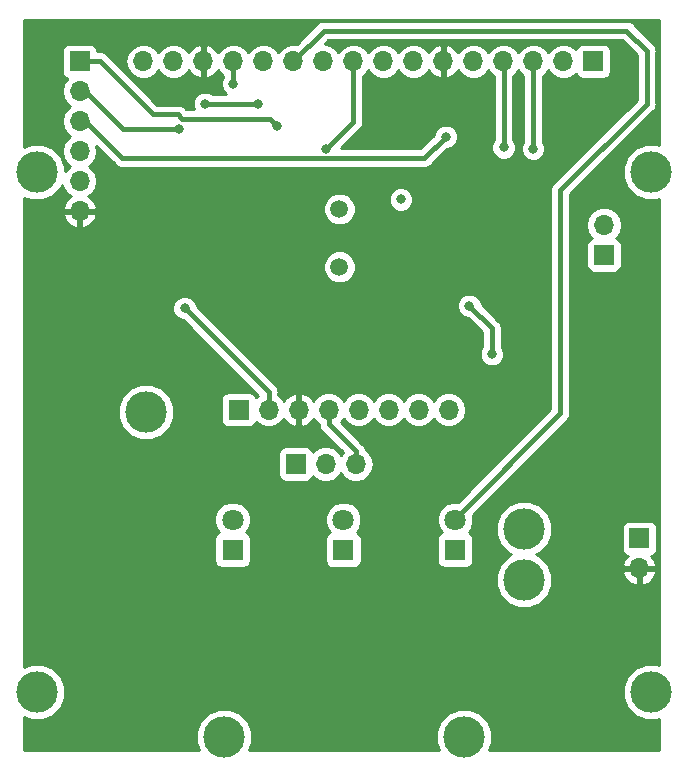
<source format=gbr>
G04 #@! TF.GenerationSoftware,KiCad,Pcbnew,(5.0.2)-1*
G04 #@! TF.CreationDate,2019-02-28T10:09:49+00:00*
G04 #@! TF.ProjectId,AircraftDataLogger,41697263-7261-4667-9444-6174614c6f67,rev?*
G04 #@! TF.SameCoordinates,Original*
G04 #@! TF.FileFunction,Copper,L2,Bot*
G04 #@! TF.FilePolarity,Positive*
%FSLAX46Y46*%
G04 Gerber Fmt 4.6, Leading zero omitted, Abs format (unit mm)*
G04 Created by KiCad (PCBNEW (5.0.2)-1) date 28/02/2019 10:09:49*
%MOMM*%
%LPD*%
G01*
G04 APERTURE LIST*
G04 #@! TA.AperFunction,ComponentPad*
%ADD10C,3.500000*%
G04 #@! TD*
G04 #@! TA.AperFunction,ComponentPad*
%ADD11O,1.700000X1.700000*%
G04 #@! TD*
G04 #@! TA.AperFunction,ComponentPad*
%ADD12R,1.700000X1.700000*%
G04 #@! TD*
G04 #@! TA.AperFunction,ComponentPad*
%ADD13C,1.800000*%
G04 #@! TD*
G04 #@! TA.AperFunction,ComponentPad*
%ADD14R,1.800000X1.800000*%
G04 #@! TD*
G04 #@! TA.AperFunction,ComponentPad*
%ADD15C,1.500000*%
G04 #@! TD*
G04 #@! TA.AperFunction,ViaPad*
%ADD16C,0.800000*%
G04 #@! TD*
G04 #@! TA.AperFunction,Conductor*
%ADD17C,0.400000*%
G04 #@! TD*
G04 #@! TA.AperFunction,Conductor*
%ADD18C,0.254000*%
G04 #@! TD*
G04 APERTURE END LIST*
D10*
G04 #@! TO.P,uSDL,1*
G04 #@! TO.N,N/C*
X68040000Y-106800000D03*
G04 #@! TD*
D11*
G04 #@! TO.P,J1,8*
G04 #@! TO.N,Net-(J1-Pad8)*
X87040000Y-79100000D03*
G04 #@! TO.P,J1,7*
G04 #@! TO.N,CS*
X84500000Y-79100000D03*
G04 #@! TO.P,J1,6*
G04 #@! TO.N,MOSI*
X81960000Y-79100000D03*
G04 #@! TO.P,J1,5*
G04 #@! TO.N,MISO*
X79420000Y-79100000D03*
G04 #@! TO.P,J1,4*
G04 #@! TO.N,SCK*
X76880000Y-79100000D03*
G04 #@! TO.P,J1,3*
G04 #@! TO.N,GND*
X74340000Y-79100000D03*
G04 #@! TO.P,J1,2*
G04 #@! TO.N,3V3*
X71800000Y-79100000D03*
D12*
G04 #@! TO.P,J1,1*
G04 #@! TO.N,Net-(J1-Pad1)*
X69260000Y-79100000D03*
G04 #@! TD*
D10*
G04 #@! TO.P,BAT,1*
G04 #@! TO.N,N/C*
X93400000Y-89200000D03*
G04 #@! TD*
G04 #@! TO.P,BAT,1*
G04 #@! TO.N,N/C*
X93400000Y-93500000D03*
G04 #@! TD*
G04 #@! TO.P,TL,1*
G04 #@! TO.N,N/C*
X52200000Y-59000000D03*
G04 #@! TD*
G04 #@! TO.P,uSDR,1*
G04 #@! TO.N,N/C*
X88360000Y-106800000D03*
G04 #@! TD*
G04 #@! TO.P,BL,1*
G04 #@! TO.N,N/C*
X104200000Y-103000000D03*
G04 #@! TD*
G04 #@! TO.P,TR,1*
G04 #@! TO.N,N/C*
X104200000Y-59000000D03*
G04 #@! TD*
G04 #@! TO.P,GPS,1*
G04 #@! TO.N,N/C*
X61400000Y-79300000D03*
G04 #@! TD*
D13*
G04 #@! TO.P,D1,2*
G04 #@! TO.N,FIX*
X87600000Y-88410000D03*
D14*
G04 #@! TO.P,D1,1*
G04 #@! TO.N,Net-(D1-Pad1)*
X87600000Y-90950000D03*
G04 #@! TD*
G04 #@! TO.P,D2,1*
G04 #@! TO.N,Net-(D2-Pad1)*
X68750000Y-90950000D03*
D13*
G04 #@! TO.P,D2,2*
G04 #@! TO.N,STABLE*
X68750000Y-88410000D03*
G04 #@! TD*
D14*
G04 #@! TO.P,D3,1*
G04 #@! TO.N,Net-(D3-Pad1)*
X78124000Y-90964600D03*
D13*
G04 #@! TO.P,D3,2*
G04 #@! TO.N,REC*
X78124000Y-88424600D03*
G04 #@! TD*
D15*
G04 #@! TO.P,Y1,1*
G04 #@! TO.N,Net-(C2-Pad2)*
X77800000Y-67000000D03*
G04 #@! TO.P,Y1,2*
G04 #@! TO.N,Net-(C1-Pad2)*
X77800000Y-62120000D03*
G04 #@! TD*
D10*
G04 #@! TO.P,BL,1*
G04 #@! TO.N,N/C*
X52200000Y-103000000D03*
G04 #@! TD*
D12*
G04 #@! TO.P,J2,1*
G04 #@! TO.N,Net-(J2-Pad1)*
X99300000Y-49600000D03*
D11*
G04 #@! TO.P,J2,2*
G04 #@! TO.N,Net-(J2-Pad2)*
X96760000Y-49600000D03*
G04 #@! TO.P,J2,3*
G04 #@! TO.N,SDA*
X94220000Y-49600000D03*
G04 #@! TO.P,J2,4*
G04 #@! TO.N,SCL*
X91680000Y-49600000D03*
G04 #@! TO.P,J2,5*
G04 #@! TO.N,3V3*
X89140000Y-49600000D03*
G04 #@! TO.P,J2,6*
G04 #@! TO.N,GND*
X86600000Y-49600000D03*
G04 #@! TO.P,J2,7*
G04 #@! TO.N,Net-(J2-Pad7)*
X84060000Y-49600000D03*
G04 #@! TO.P,J2,8*
G04 #@! TO.N,Net-(J2-Pad8)*
X81520000Y-49600000D03*
G04 #@! TO.P,J2,9*
G04 #@! TO.N,ENABLE*
X78980000Y-49600000D03*
G04 #@! TO.P,J2,10*
G04 #@! TO.N,Net-(J2-Pad10)*
X76440000Y-49600000D03*
G04 #@! TO.P,J2,11*
G04 #@! TO.N,FIX*
X73900000Y-49600000D03*
G04 #@! TO.P,J2,12*
G04 #@! TO.N,RXD*
X71360000Y-49600000D03*
G04 #@! TO.P,J2,13*
G04 #@! TO.N,TXD*
X68820000Y-49600000D03*
G04 #@! TO.P,J2,14*
G04 #@! TO.N,GND*
X66280000Y-49600000D03*
G04 #@! TO.P,J2,15*
G04 #@! TO.N,3V3*
X63740000Y-49600000D03*
G04 #@! TO.P,J2,16*
G04 #@! TO.N,Net-(J2-Pad16)*
X61200000Y-49600000D03*
G04 #@! TD*
G04 #@! TO.P,J4,2*
G04 #@! TO.N,Net-(J4-Pad2)*
X100200000Y-63460000D03*
D12*
G04 #@! TO.P,J4,1*
G04 #@! TO.N,3V3*
X100200000Y-66000000D03*
G04 #@! TD*
G04 #@! TO.P,J5,1*
G04 #@! TO.N,+9V*
X103200000Y-90000000D03*
D11*
G04 #@! TO.P,J5,2*
G04 #@! TO.N,GND*
X103200000Y-92540000D03*
G04 #@! TD*
D12*
G04 #@! TO.P,J6,1*
G04 #@! TO.N,MOSI*
X74100000Y-83700000D03*
D11*
G04 #@! TO.P,J6,2*
G04 #@! TO.N,MISO*
X76640000Y-83700000D03*
G04 #@! TO.P,J6,3*
G04 #@! TO.N,SCK*
X79180000Y-83700000D03*
G04 #@! TD*
D12*
G04 #@! TO.P,J3,1*
G04 #@! TO.N,TXD*
X55800000Y-49600000D03*
D11*
G04 #@! TO.P,J3,2*
G04 #@! TO.N,RXD*
X55800000Y-52140000D03*
G04 #@! TO.P,J3,3*
G04 #@! TO.N,RESET*
X55800000Y-54680000D03*
G04 #@! TO.P,J3,4*
G04 #@! TO.N,3V3*
X55800000Y-57220000D03*
G04 #@! TO.P,J3,5*
G04 #@! TO.N,ENABLE*
X55800000Y-59760000D03*
G04 #@! TO.P,J3,6*
G04 #@! TO.N,GND*
X55800000Y-62300000D03*
G04 #@! TD*
D16*
G04 #@! TO.N,GND*
X95500000Y-99100000D03*
X70500000Y-64300000D03*
X82700000Y-63600000D03*
X64000000Y-98400000D03*
X95400000Y-64800000D03*
G04 #@! TO.N,3V3*
X83000000Y-61300000D03*
X64700000Y-70500000D03*
G04 #@! TO.N,RXD*
X70900000Y-53200000D03*
X64200000Y-55300000D03*
X66400000Y-53200000D03*
G04 #@! TO.N,TXD*
X72500000Y-55100000D03*
X68800000Y-51500000D03*
G04 #@! TO.N,CS*
X90700000Y-74400000D03*
X88800000Y-70300000D03*
G04 #@! TO.N,SDA*
X94200000Y-57000000D03*
G04 #@! TO.N,SCL*
X91700000Y-56900000D03*
G04 #@! TO.N,ENABLE*
X76700000Y-57000000D03*
G04 #@! TO.N,RESET*
X86800000Y-56000000D03*
G04 #@! TD*
D17*
G04 #@! TO.N,GND*
X69934315Y-64300000D02*
X67134315Y-67100000D01*
X70500000Y-64300000D02*
X69934315Y-64300000D01*
X67134315Y-67100000D02*
X63300000Y-67100000D01*
X63300000Y-67100000D02*
X56600000Y-67100000D01*
X74340000Y-77897919D02*
X64442081Y-68000000D01*
X74340000Y-79100000D02*
X74340000Y-77897919D01*
X64442081Y-68000000D02*
X60500000Y-68000000D01*
G04 #@! TO.N,3V3*
X71800000Y-79100000D02*
X71800000Y-77600000D01*
X71800000Y-77600000D02*
X64700000Y-70500000D01*
G04 #@! TO.N,FIX*
X73900000Y-49600000D02*
X76500000Y-47000000D01*
X76500000Y-47000000D02*
X102100000Y-47000000D01*
X102100000Y-47000000D02*
X103800000Y-48700000D01*
X103800000Y-48700000D02*
X103800000Y-53200000D01*
X103800000Y-53200000D02*
X96500000Y-60500000D01*
X96500000Y-60500000D02*
X96500000Y-79400000D01*
X96500000Y-79400000D02*
X87500000Y-88400000D01*
G04 #@! TO.N,REC*
X78200000Y-88500000D02*
X78100000Y-88400000D01*
G04 #@! TO.N,RXD*
X56300000Y-52140000D02*
X59460000Y-55300000D01*
X59460000Y-55300000D02*
X64200000Y-55300000D01*
X71300000Y-49700000D02*
X71400000Y-49600000D01*
X70900000Y-53200000D02*
X66400000Y-53200000D01*
G04 #@! TO.N,TXD*
X57550000Y-49600000D02*
X62050000Y-54100000D01*
X56300000Y-49600000D02*
X57550000Y-49600000D01*
X68800000Y-51500000D02*
X68800000Y-50934315D01*
X68800000Y-50934315D02*
X68800000Y-49700000D01*
X71899999Y-54499999D02*
X64499999Y-54499999D01*
X72500000Y-55100000D02*
X71899999Y-54499999D01*
X64100000Y-54100000D02*
X62050000Y-54100000D01*
X64499999Y-54499999D02*
X64100000Y-54100000D01*
G04 #@! TO.N,CS*
X90700000Y-74400000D02*
X90700000Y-72200000D01*
X90700000Y-72200000D02*
X88800000Y-70300000D01*
G04 #@! TO.N,MISO*
X76700000Y-83600000D02*
X76600000Y-83700000D01*
G04 #@! TO.N,SCK*
X76880000Y-80302081D02*
X79200000Y-82622081D01*
X76880000Y-79100000D02*
X76880000Y-80302081D01*
X79200000Y-82622081D02*
X79200000Y-83700000D01*
G04 #@! TO.N,SDA*
X94200000Y-57000000D02*
X94200000Y-49600000D01*
G04 #@! TO.N,SCL*
X91700000Y-56900000D02*
X91700000Y-49700000D01*
G04 #@! TO.N,ENABLE*
X78980000Y-49600000D02*
X78980000Y-54720000D01*
X78980000Y-54720000D02*
X76700000Y-57000000D01*
G04 #@! TO.N,RESET*
X56300000Y-54680000D02*
X59420000Y-57800000D01*
X59420000Y-57800000D02*
X85000000Y-57800000D01*
X85000000Y-57800000D02*
X86800000Y-56000000D01*
G04 #@! TD*
D18*
G04 #@! TO.N,GND*
G36*
X104873000Y-56697261D02*
X104674406Y-56615000D01*
X103725594Y-56615000D01*
X102849006Y-56978095D01*
X102178095Y-57649006D01*
X101815000Y-58525594D01*
X101815000Y-59474406D01*
X102178095Y-60350994D01*
X102849006Y-61021905D01*
X103725594Y-61385000D01*
X104674406Y-61385000D01*
X104873000Y-61302739D01*
X104873000Y-100697260D01*
X104674406Y-100615000D01*
X103725594Y-100615000D01*
X102849006Y-100978095D01*
X102178095Y-101649006D01*
X101815000Y-102525594D01*
X101815000Y-103474406D01*
X102178095Y-104350994D01*
X102849006Y-105021905D01*
X103725594Y-105385000D01*
X104674406Y-105385000D01*
X104873000Y-105302740D01*
X104873000Y-107873000D01*
X90497054Y-107873000D01*
X90745000Y-107274406D01*
X90745000Y-106325594D01*
X90381905Y-105449006D01*
X89710994Y-104778095D01*
X88834406Y-104415000D01*
X87885594Y-104415000D01*
X87009006Y-104778095D01*
X86338095Y-105449006D01*
X85975000Y-106325594D01*
X85975000Y-107274406D01*
X86222946Y-107873000D01*
X70177054Y-107873000D01*
X70425000Y-107274406D01*
X70425000Y-106325594D01*
X70061905Y-105449006D01*
X69390994Y-104778095D01*
X68514406Y-104415000D01*
X67565594Y-104415000D01*
X66689006Y-104778095D01*
X66018095Y-105449006D01*
X65655000Y-106325594D01*
X65655000Y-107274406D01*
X65902946Y-107873000D01*
X51127000Y-107873000D01*
X51127000Y-105137054D01*
X51725594Y-105385000D01*
X52674406Y-105385000D01*
X53550994Y-105021905D01*
X54221905Y-104350994D01*
X54585000Y-103474406D01*
X54585000Y-102525594D01*
X54221905Y-101649006D01*
X53550994Y-100978095D01*
X52674406Y-100615000D01*
X51725594Y-100615000D01*
X51127000Y-100862946D01*
X51127000Y-90050000D01*
X67202560Y-90050000D01*
X67202560Y-91850000D01*
X67251843Y-92097765D01*
X67392191Y-92307809D01*
X67602235Y-92448157D01*
X67850000Y-92497440D01*
X69650000Y-92497440D01*
X69897765Y-92448157D01*
X70107809Y-92307809D01*
X70248157Y-92097765D01*
X70297440Y-91850000D01*
X70297440Y-90064600D01*
X76576560Y-90064600D01*
X76576560Y-91864600D01*
X76625843Y-92112365D01*
X76766191Y-92322409D01*
X76976235Y-92462757D01*
X77224000Y-92512040D01*
X79024000Y-92512040D01*
X79271765Y-92462757D01*
X79481809Y-92322409D01*
X79622157Y-92112365D01*
X79671440Y-91864600D01*
X79671440Y-90064600D01*
X79622157Y-89816835D01*
X79481809Y-89606791D01*
X79271765Y-89466443D01*
X79256092Y-89463325D01*
X79425310Y-89294107D01*
X79659000Y-88729930D01*
X79659000Y-88119270D01*
X79425310Y-87555093D01*
X78993507Y-87123290D01*
X78429330Y-86889600D01*
X77818670Y-86889600D01*
X77254493Y-87123290D01*
X76822690Y-87555093D01*
X76589000Y-88119270D01*
X76589000Y-88729930D01*
X76822690Y-89294107D01*
X76991908Y-89463325D01*
X76976235Y-89466443D01*
X76766191Y-89606791D01*
X76625843Y-89816835D01*
X76576560Y-90064600D01*
X70297440Y-90064600D01*
X70297440Y-90050000D01*
X70248157Y-89802235D01*
X70107809Y-89592191D01*
X69897765Y-89451843D01*
X69882092Y-89448725D01*
X70051310Y-89279507D01*
X70285000Y-88715330D01*
X70285000Y-88104670D01*
X70051310Y-87540493D01*
X69619507Y-87108690D01*
X69055330Y-86875000D01*
X68444670Y-86875000D01*
X67880493Y-87108690D01*
X67448690Y-87540493D01*
X67215000Y-88104670D01*
X67215000Y-88715330D01*
X67448690Y-89279507D01*
X67617908Y-89448725D01*
X67602235Y-89451843D01*
X67392191Y-89592191D01*
X67251843Y-89802235D01*
X67202560Y-90050000D01*
X51127000Y-90050000D01*
X51127000Y-82850000D01*
X72602560Y-82850000D01*
X72602560Y-84550000D01*
X72651843Y-84797765D01*
X72792191Y-85007809D01*
X73002235Y-85148157D01*
X73250000Y-85197440D01*
X74950000Y-85197440D01*
X75197765Y-85148157D01*
X75407809Y-85007809D01*
X75548157Y-84797765D01*
X75557184Y-84752381D01*
X75569375Y-84770625D01*
X76060582Y-85098839D01*
X76493744Y-85185000D01*
X76786256Y-85185000D01*
X77219418Y-85098839D01*
X77710625Y-84770625D01*
X77910000Y-84472239D01*
X78109375Y-84770625D01*
X78600582Y-85098839D01*
X79033744Y-85185000D01*
X79326256Y-85185000D01*
X79759418Y-85098839D01*
X80250625Y-84770625D01*
X80578839Y-84279418D01*
X80694092Y-83700000D01*
X80578839Y-83120582D01*
X80250625Y-82629375D01*
X80022487Y-82476938D01*
X79986552Y-82296280D01*
X79956860Y-82251843D01*
X79848584Y-82089796D01*
X79848583Y-82089795D01*
X79802001Y-82020080D01*
X79732286Y-81973498D01*
X77937908Y-80179122D01*
X77950625Y-80170625D01*
X78150000Y-79872239D01*
X78349375Y-80170625D01*
X78840582Y-80498839D01*
X79273744Y-80585000D01*
X79566256Y-80585000D01*
X79999418Y-80498839D01*
X80490625Y-80170625D01*
X80690000Y-79872239D01*
X80889375Y-80170625D01*
X81380582Y-80498839D01*
X81813744Y-80585000D01*
X82106256Y-80585000D01*
X82539418Y-80498839D01*
X83030625Y-80170625D01*
X83230000Y-79872239D01*
X83429375Y-80170625D01*
X83920582Y-80498839D01*
X84353744Y-80585000D01*
X84646256Y-80585000D01*
X85079418Y-80498839D01*
X85570625Y-80170625D01*
X85770000Y-79872239D01*
X85969375Y-80170625D01*
X86460582Y-80498839D01*
X86893744Y-80585000D01*
X87186256Y-80585000D01*
X87619418Y-80498839D01*
X88110625Y-80170625D01*
X88438839Y-79679418D01*
X88554092Y-79100000D01*
X88438839Y-78520582D01*
X88110625Y-78029375D01*
X87619418Y-77701161D01*
X87186256Y-77615000D01*
X86893744Y-77615000D01*
X86460582Y-77701161D01*
X85969375Y-78029375D01*
X85770000Y-78327761D01*
X85570625Y-78029375D01*
X85079418Y-77701161D01*
X84646256Y-77615000D01*
X84353744Y-77615000D01*
X83920582Y-77701161D01*
X83429375Y-78029375D01*
X83230000Y-78327761D01*
X83030625Y-78029375D01*
X82539418Y-77701161D01*
X82106256Y-77615000D01*
X81813744Y-77615000D01*
X81380582Y-77701161D01*
X80889375Y-78029375D01*
X80690000Y-78327761D01*
X80490625Y-78029375D01*
X79999418Y-77701161D01*
X79566256Y-77615000D01*
X79273744Y-77615000D01*
X78840582Y-77701161D01*
X78349375Y-78029375D01*
X78150000Y-78327761D01*
X77950625Y-78029375D01*
X77459418Y-77701161D01*
X77026256Y-77615000D01*
X76733744Y-77615000D01*
X76300582Y-77701161D01*
X75809375Y-78029375D01*
X75596157Y-78348478D01*
X75535183Y-78218642D01*
X75106924Y-77828355D01*
X74696890Y-77658524D01*
X74467000Y-77779845D01*
X74467000Y-78973000D01*
X74487000Y-78973000D01*
X74487000Y-79227000D01*
X74467000Y-79227000D01*
X74467000Y-80420155D01*
X74696890Y-80541476D01*
X75106924Y-80371645D01*
X75535183Y-79981358D01*
X75596157Y-79851522D01*
X75809375Y-80170625D01*
X76032096Y-80319443D01*
X76093448Y-80627881D01*
X76093449Y-80627882D01*
X76278000Y-80904082D01*
X76347718Y-80950666D01*
X78076150Y-82679100D01*
X77910000Y-82927761D01*
X77710625Y-82629375D01*
X77219418Y-82301161D01*
X76786256Y-82215000D01*
X76493744Y-82215000D01*
X76060582Y-82301161D01*
X75569375Y-82629375D01*
X75557184Y-82647619D01*
X75548157Y-82602235D01*
X75407809Y-82392191D01*
X75197765Y-82251843D01*
X74950000Y-82202560D01*
X73250000Y-82202560D01*
X73002235Y-82251843D01*
X72792191Y-82392191D01*
X72651843Y-82602235D01*
X72602560Y-82850000D01*
X51127000Y-82850000D01*
X51127000Y-78825594D01*
X59015000Y-78825594D01*
X59015000Y-79774406D01*
X59378095Y-80650994D01*
X60049006Y-81321905D01*
X60925594Y-81685000D01*
X61874406Y-81685000D01*
X62750994Y-81321905D01*
X63421905Y-80650994D01*
X63785000Y-79774406D01*
X63785000Y-78825594D01*
X63421905Y-77949006D01*
X62750994Y-77278095D01*
X61874406Y-76915000D01*
X60925594Y-76915000D01*
X60049006Y-77278095D01*
X59378095Y-77949006D01*
X59015000Y-78825594D01*
X51127000Y-78825594D01*
X51127000Y-70294126D01*
X63665000Y-70294126D01*
X63665000Y-70705874D01*
X63822569Y-71086280D01*
X64113720Y-71377431D01*
X64494126Y-71535000D01*
X64554133Y-71535000D01*
X70920680Y-77901549D01*
X70729375Y-78029375D01*
X70717184Y-78047619D01*
X70708157Y-78002235D01*
X70567809Y-77792191D01*
X70357765Y-77651843D01*
X70110000Y-77602560D01*
X68410000Y-77602560D01*
X68162235Y-77651843D01*
X67952191Y-77792191D01*
X67811843Y-78002235D01*
X67762560Y-78250000D01*
X67762560Y-79950000D01*
X67811843Y-80197765D01*
X67952191Y-80407809D01*
X68162235Y-80548157D01*
X68410000Y-80597440D01*
X70110000Y-80597440D01*
X70357765Y-80548157D01*
X70567809Y-80407809D01*
X70708157Y-80197765D01*
X70717184Y-80152381D01*
X70729375Y-80170625D01*
X71220582Y-80498839D01*
X71653744Y-80585000D01*
X71946256Y-80585000D01*
X72379418Y-80498839D01*
X72870625Y-80170625D01*
X73083843Y-79851522D01*
X73144817Y-79981358D01*
X73573076Y-80371645D01*
X73983110Y-80541476D01*
X74213000Y-80420155D01*
X74213000Y-79227000D01*
X74193000Y-79227000D01*
X74193000Y-78973000D01*
X74213000Y-78973000D01*
X74213000Y-77779845D01*
X73983110Y-77658524D01*
X73573076Y-77828355D01*
X73144817Y-78218642D01*
X73083843Y-78348478D01*
X72870625Y-78029375D01*
X72635000Y-77871935D01*
X72635000Y-77682232D01*
X72651357Y-77599999D01*
X72635000Y-77517766D01*
X72635000Y-77517763D01*
X72586552Y-77274199D01*
X72402001Y-76997999D01*
X72332286Y-76951417D01*
X65735000Y-70354133D01*
X65735000Y-70294126D01*
X65652158Y-70094126D01*
X87765000Y-70094126D01*
X87765000Y-70505874D01*
X87922569Y-70886280D01*
X88213720Y-71177431D01*
X88594126Y-71335000D01*
X88654133Y-71335000D01*
X89865001Y-72545869D01*
X89865000Y-73771289D01*
X89822569Y-73813720D01*
X89665000Y-74194126D01*
X89665000Y-74605874D01*
X89822569Y-74986280D01*
X90113720Y-75277431D01*
X90494126Y-75435000D01*
X90905874Y-75435000D01*
X91286280Y-75277431D01*
X91577431Y-74986280D01*
X91735000Y-74605874D01*
X91735000Y-74194126D01*
X91577431Y-73813720D01*
X91535000Y-73771289D01*
X91535000Y-72282237D01*
X91551358Y-72200000D01*
X91486552Y-71874200D01*
X91486552Y-71874199D01*
X91302001Y-71597999D01*
X91232283Y-71551415D01*
X89835000Y-70154133D01*
X89835000Y-70094126D01*
X89677431Y-69713720D01*
X89386280Y-69422569D01*
X89005874Y-69265000D01*
X88594126Y-69265000D01*
X88213720Y-69422569D01*
X87922569Y-69713720D01*
X87765000Y-70094126D01*
X65652158Y-70094126D01*
X65577431Y-69913720D01*
X65286280Y-69622569D01*
X64905874Y-69465000D01*
X64494126Y-69465000D01*
X64113720Y-69622569D01*
X63822569Y-69913720D01*
X63665000Y-70294126D01*
X51127000Y-70294126D01*
X51127000Y-66724506D01*
X76415000Y-66724506D01*
X76415000Y-67275494D01*
X76625853Y-67784540D01*
X77015460Y-68174147D01*
X77524506Y-68385000D01*
X78075494Y-68385000D01*
X78584540Y-68174147D01*
X78974147Y-67784540D01*
X79185000Y-67275494D01*
X79185000Y-66724506D01*
X78974147Y-66215460D01*
X78584540Y-65825853D01*
X78075494Y-65615000D01*
X77524506Y-65615000D01*
X77015460Y-65825853D01*
X76625853Y-66215460D01*
X76415000Y-66724506D01*
X51127000Y-66724506D01*
X51127000Y-62656890D01*
X54358524Y-62656890D01*
X54528355Y-63066924D01*
X54918642Y-63495183D01*
X55443108Y-63741486D01*
X55673000Y-63620819D01*
X55673000Y-62427000D01*
X55927000Y-62427000D01*
X55927000Y-63620819D01*
X56156892Y-63741486D01*
X56681358Y-63495183D01*
X57071645Y-63066924D01*
X57241476Y-62656890D01*
X57120155Y-62427000D01*
X55927000Y-62427000D01*
X55673000Y-62427000D01*
X54479845Y-62427000D01*
X54358524Y-62656890D01*
X51127000Y-62656890D01*
X51127000Y-61137054D01*
X51725594Y-61385000D01*
X52674406Y-61385000D01*
X53550994Y-61021905D01*
X54221905Y-60350994D01*
X54344562Y-60054874D01*
X54401161Y-60339418D01*
X54729375Y-60830625D01*
X55048478Y-61043843D01*
X54918642Y-61104817D01*
X54528355Y-61533076D01*
X54358524Y-61943110D01*
X54479845Y-62173000D01*
X55673000Y-62173000D01*
X55673000Y-62153000D01*
X55927000Y-62153000D01*
X55927000Y-62173000D01*
X57120155Y-62173000D01*
X57241476Y-61943110D01*
X57200636Y-61844506D01*
X76415000Y-61844506D01*
X76415000Y-62395494D01*
X76625853Y-62904540D01*
X77015460Y-63294147D01*
X77524506Y-63505000D01*
X78075494Y-63505000D01*
X78584540Y-63294147D01*
X78974147Y-62904540D01*
X79185000Y-62395494D01*
X79185000Y-61844506D01*
X78974147Y-61335460D01*
X78732813Y-61094126D01*
X81965000Y-61094126D01*
X81965000Y-61505874D01*
X82122569Y-61886280D01*
X82413720Y-62177431D01*
X82794126Y-62335000D01*
X83205874Y-62335000D01*
X83586280Y-62177431D01*
X83877431Y-61886280D01*
X84035000Y-61505874D01*
X84035000Y-61094126D01*
X83877431Y-60713720D01*
X83586280Y-60422569D01*
X83205874Y-60265000D01*
X82794126Y-60265000D01*
X82413720Y-60422569D01*
X82122569Y-60713720D01*
X81965000Y-61094126D01*
X78732813Y-61094126D01*
X78584540Y-60945853D01*
X78075494Y-60735000D01*
X77524506Y-60735000D01*
X77015460Y-60945853D01*
X76625853Y-61335460D01*
X76415000Y-61844506D01*
X57200636Y-61844506D01*
X57071645Y-61533076D01*
X56681358Y-61104817D01*
X56551522Y-61043843D01*
X56870625Y-60830625D01*
X57198839Y-60339418D01*
X57314092Y-59760000D01*
X57198839Y-59180582D01*
X56870625Y-58689375D01*
X56572239Y-58490000D01*
X56870625Y-58290625D01*
X57198839Y-57799418D01*
X57314092Y-57220000D01*
X57228418Y-56789286D01*
X58771417Y-58332286D01*
X58817999Y-58402001D01*
X59094199Y-58586552D01*
X59337763Y-58635000D01*
X59337766Y-58635000D01*
X59419999Y-58651357D01*
X59502232Y-58635000D01*
X84917767Y-58635000D01*
X85000000Y-58651357D01*
X85082233Y-58635000D01*
X85082237Y-58635000D01*
X85325801Y-58586552D01*
X85602001Y-58402001D01*
X85648587Y-58332280D01*
X86945868Y-57035000D01*
X87005874Y-57035000D01*
X87386280Y-56877431D01*
X87677431Y-56586280D01*
X87835000Y-56205874D01*
X87835000Y-55794126D01*
X87677431Y-55413720D01*
X87386280Y-55122569D01*
X87005874Y-54965000D01*
X86594126Y-54965000D01*
X86213720Y-55122569D01*
X85922569Y-55413720D01*
X85765000Y-55794126D01*
X85765000Y-55854132D01*
X84654133Y-56965000D01*
X77915867Y-56965000D01*
X79512283Y-55368585D01*
X79582001Y-55322001D01*
X79766552Y-55045801D01*
X79815000Y-54802237D01*
X79831358Y-54720000D01*
X79815000Y-54637763D01*
X79815000Y-50828065D01*
X80050625Y-50670625D01*
X80250000Y-50372239D01*
X80449375Y-50670625D01*
X80940582Y-50998839D01*
X81373744Y-51085000D01*
X81666256Y-51085000D01*
X82099418Y-50998839D01*
X82590625Y-50670625D01*
X82790000Y-50372239D01*
X82989375Y-50670625D01*
X83480582Y-50998839D01*
X83913744Y-51085000D01*
X84206256Y-51085000D01*
X84639418Y-50998839D01*
X85130625Y-50670625D01*
X85343843Y-50351522D01*
X85404817Y-50481358D01*
X85833076Y-50871645D01*
X86243110Y-51041476D01*
X86473000Y-50920155D01*
X86473000Y-49727000D01*
X86453000Y-49727000D01*
X86453000Y-49473000D01*
X86473000Y-49473000D01*
X86473000Y-48279845D01*
X86727000Y-48279845D01*
X86727000Y-49473000D01*
X86747000Y-49473000D01*
X86747000Y-49727000D01*
X86727000Y-49727000D01*
X86727000Y-50920155D01*
X86956890Y-51041476D01*
X87366924Y-50871645D01*
X87795183Y-50481358D01*
X87856157Y-50351522D01*
X88069375Y-50670625D01*
X88560582Y-50998839D01*
X88993744Y-51085000D01*
X89286256Y-51085000D01*
X89719418Y-50998839D01*
X90210625Y-50670625D01*
X90410000Y-50372239D01*
X90609375Y-50670625D01*
X90865001Y-50841429D01*
X90865000Y-56271289D01*
X90822569Y-56313720D01*
X90665000Y-56694126D01*
X90665000Y-57105874D01*
X90822569Y-57486280D01*
X91113720Y-57777431D01*
X91494126Y-57935000D01*
X91905874Y-57935000D01*
X92286280Y-57777431D01*
X92577431Y-57486280D01*
X92735000Y-57105874D01*
X92735000Y-56694126D01*
X92577431Y-56313720D01*
X92535000Y-56271289D01*
X92535000Y-50814701D01*
X92750625Y-50670625D01*
X92950000Y-50372239D01*
X93149375Y-50670625D01*
X93365001Y-50814702D01*
X93365000Y-56371289D01*
X93322569Y-56413720D01*
X93165000Y-56794126D01*
X93165000Y-57205874D01*
X93322569Y-57586280D01*
X93613720Y-57877431D01*
X93994126Y-58035000D01*
X94405874Y-58035000D01*
X94786280Y-57877431D01*
X95077431Y-57586280D01*
X95235000Y-57205874D01*
X95235000Y-56794126D01*
X95077431Y-56413720D01*
X95035000Y-56371289D01*
X95035000Y-50841428D01*
X95290625Y-50670625D01*
X95490000Y-50372239D01*
X95689375Y-50670625D01*
X96180582Y-50998839D01*
X96613744Y-51085000D01*
X96906256Y-51085000D01*
X97339418Y-50998839D01*
X97830625Y-50670625D01*
X97842816Y-50652381D01*
X97851843Y-50697765D01*
X97992191Y-50907809D01*
X98202235Y-51048157D01*
X98450000Y-51097440D01*
X100150000Y-51097440D01*
X100397765Y-51048157D01*
X100607809Y-50907809D01*
X100748157Y-50697765D01*
X100797440Y-50450000D01*
X100797440Y-48750000D01*
X100748157Y-48502235D01*
X100607809Y-48292191D01*
X100397765Y-48151843D01*
X100150000Y-48102560D01*
X98450000Y-48102560D01*
X98202235Y-48151843D01*
X97992191Y-48292191D01*
X97851843Y-48502235D01*
X97842816Y-48547619D01*
X97830625Y-48529375D01*
X97339418Y-48201161D01*
X96906256Y-48115000D01*
X96613744Y-48115000D01*
X96180582Y-48201161D01*
X95689375Y-48529375D01*
X95490000Y-48827761D01*
X95290625Y-48529375D01*
X94799418Y-48201161D01*
X94366256Y-48115000D01*
X94073744Y-48115000D01*
X93640582Y-48201161D01*
X93149375Y-48529375D01*
X92950000Y-48827761D01*
X92750625Y-48529375D01*
X92259418Y-48201161D01*
X91826256Y-48115000D01*
X91533744Y-48115000D01*
X91100582Y-48201161D01*
X90609375Y-48529375D01*
X90410000Y-48827761D01*
X90210625Y-48529375D01*
X89719418Y-48201161D01*
X89286256Y-48115000D01*
X88993744Y-48115000D01*
X88560582Y-48201161D01*
X88069375Y-48529375D01*
X87856157Y-48848478D01*
X87795183Y-48718642D01*
X87366924Y-48328355D01*
X86956890Y-48158524D01*
X86727000Y-48279845D01*
X86473000Y-48279845D01*
X86243110Y-48158524D01*
X85833076Y-48328355D01*
X85404817Y-48718642D01*
X85343843Y-48848478D01*
X85130625Y-48529375D01*
X84639418Y-48201161D01*
X84206256Y-48115000D01*
X83913744Y-48115000D01*
X83480582Y-48201161D01*
X82989375Y-48529375D01*
X82790000Y-48827761D01*
X82590625Y-48529375D01*
X82099418Y-48201161D01*
X81666256Y-48115000D01*
X81373744Y-48115000D01*
X80940582Y-48201161D01*
X80449375Y-48529375D01*
X80250000Y-48827761D01*
X80050625Y-48529375D01*
X79559418Y-48201161D01*
X79126256Y-48115000D01*
X78833744Y-48115000D01*
X78400582Y-48201161D01*
X77909375Y-48529375D01*
X77710000Y-48827761D01*
X77510625Y-48529375D01*
X77019418Y-48201161D01*
X76586256Y-48115000D01*
X76565869Y-48115000D01*
X76845869Y-47835000D01*
X101754133Y-47835000D01*
X102965000Y-49045868D01*
X102965001Y-52854131D01*
X95967720Y-59851413D01*
X95897999Y-59897999D01*
X95713448Y-60174200D01*
X95665000Y-60417764D01*
X95665000Y-60417767D01*
X95648643Y-60500000D01*
X95665000Y-60582233D01*
X95665001Y-79054131D01*
X87844133Y-86875000D01*
X87294670Y-86875000D01*
X86730493Y-87108690D01*
X86298690Y-87540493D01*
X86065000Y-88104670D01*
X86065000Y-88715330D01*
X86298690Y-89279507D01*
X86467908Y-89448725D01*
X86452235Y-89451843D01*
X86242191Y-89592191D01*
X86101843Y-89802235D01*
X86052560Y-90050000D01*
X86052560Y-91850000D01*
X86101843Y-92097765D01*
X86242191Y-92307809D01*
X86452235Y-92448157D01*
X86700000Y-92497440D01*
X88500000Y-92497440D01*
X88747765Y-92448157D01*
X88957809Y-92307809D01*
X89098157Y-92097765D01*
X89147440Y-91850000D01*
X89147440Y-90050000D01*
X89098157Y-89802235D01*
X88957809Y-89592191D01*
X88747765Y-89451843D01*
X88732092Y-89448725D01*
X88901310Y-89279507D01*
X89130748Y-88725594D01*
X91015000Y-88725594D01*
X91015000Y-89674406D01*
X91378095Y-90550994D01*
X92049006Y-91221905D01*
X92358254Y-91350000D01*
X92049006Y-91478095D01*
X91378095Y-92149006D01*
X91015000Y-93025594D01*
X91015000Y-93974406D01*
X91378095Y-94850994D01*
X92049006Y-95521905D01*
X92925594Y-95885000D01*
X93874406Y-95885000D01*
X94750994Y-95521905D01*
X95421905Y-94850994D01*
X95785000Y-93974406D01*
X95785000Y-93025594D01*
X95731690Y-92896890D01*
X101758524Y-92896890D01*
X101928355Y-93306924D01*
X102318642Y-93735183D01*
X102843108Y-93981486D01*
X103073000Y-93860819D01*
X103073000Y-92667000D01*
X103327000Y-92667000D01*
X103327000Y-93860819D01*
X103556892Y-93981486D01*
X104081358Y-93735183D01*
X104471645Y-93306924D01*
X104641476Y-92896890D01*
X104520155Y-92667000D01*
X103327000Y-92667000D01*
X103073000Y-92667000D01*
X101879845Y-92667000D01*
X101758524Y-92896890D01*
X95731690Y-92896890D01*
X95421905Y-92149006D01*
X94750994Y-91478095D01*
X94441746Y-91350000D01*
X94750994Y-91221905D01*
X95421905Y-90550994D01*
X95785000Y-89674406D01*
X95785000Y-89150000D01*
X101702560Y-89150000D01*
X101702560Y-90850000D01*
X101751843Y-91097765D01*
X101892191Y-91307809D01*
X102102235Y-91448157D01*
X102205708Y-91468739D01*
X101928355Y-91773076D01*
X101758524Y-92183110D01*
X101879845Y-92413000D01*
X103073000Y-92413000D01*
X103073000Y-92393000D01*
X103327000Y-92393000D01*
X103327000Y-92413000D01*
X104520155Y-92413000D01*
X104641476Y-92183110D01*
X104471645Y-91773076D01*
X104194292Y-91468739D01*
X104297765Y-91448157D01*
X104507809Y-91307809D01*
X104648157Y-91097765D01*
X104697440Y-90850000D01*
X104697440Y-89150000D01*
X104648157Y-88902235D01*
X104507809Y-88692191D01*
X104297765Y-88551843D01*
X104050000Y-88502560D01*
X102350000Y-88502560D01*
X102102235Y-88551843D01*
X101892191Y-88692191D01*
X101751843Y-88902235D01*
X101702560Y-89150000D01*
X95785000Y-89150000D01*
X95785000Y-88725594D01*
X95421905Y-87849006D01*
X94750994Y-87178095D01*
X93874406Y-86815000D01*
X92925594Y-86815000D01*
X92049006Y-87178095D01*
X91378095Y-87849006D01*
X91015000Y-88725594D01*
X89130748Y-88725594D01*
X89135000Y-88715330D01*
X89135000Y-88104670D01*
X89088488Y-87992379D01*
X97032283Y-80048585D01*
X97102001Y-80002001D01*
X97286552Y-79725801D01*
X97335000Y-79482237D01*
X97335000Y-79482234D01*
X97351357Y-79400001D01*
X97335000Y-79317768D01*
X97335000Y-63460000D01*
X98685908Y-63460000D01*
X98801161Y-64039418D01*
X99129375Y-64530625D01*
X99147619Y-64542816D01*
X99102235Y-64551843D01*
X98892191Y-64692191D01*
X98751843Y-64902235D01*
X98702560Y-65150000D01*
X98702560Y-66850000D01*
X98751843Y-67097765D01*
X98892191Y-67307809D01*
X99102235Y-67448157D01*
X99350000Y-67497440D01*
X101050000Y-67497440D01*
X101297765Y-67448157D01*
X101507809Y-67307809D01*
X101648157Y-67097765D01*
X101697440Y-66850000D01*
X101697440Y-65150000D01*
X101648157Y-64902235D01*
X101507809Y-64692191D01*
X101297765Y-64551843D01*
X101252381Y-64542816D01*
X101270625Y-64530625D01*
X101598839Y-64039418D01*
X101714092Y-63460000D01*
X101598839Y-62880582D01*
X101270625Y-62389375D01*
X100779418Y-62061161D01*
X100346256Y-61975000D01*
X100053744Y-61975000D01*
X99620582Y-62061161D01*
X99129375Y-62389375D01*
X98801161Y-62880582D01*
X98685908Y-63460000D01*
X97335000Y-63460000D01*
X97335000Y-60845867D01*
X104332283Y-53848585D01*
X104402001Y-53802001D01*
X104586552Y-53525801D01*
X104635000Y-53282237D01*
X104635000Y-53282234D01*
X104651357Y-53200001D01*
X104635000Y-53117768D01*
X104635000Y-48782232D01*
X104651357Y-48699999D01*
X104635000Y-48617764D01*
X104635000Y-48617763D01*
X104586552Y-48374199D01*
X104402001Y-48097999D01*
X104332283Y-48051415D01*
X102748587Y-46467720D01*
X102702001Y-46397999D01*
X102425801Y-46213448D01*
X102182237Y-46165000D01*
X102182233Y-46165000D01*
X102100000Y-46148643D01*
X102017767Y-46165000D01*
X76582232Y-46165000D01*
X76499999Y-46148643D01*
X76417766Y-46165000D01*
X76417763Y-46165000D01*
X76174199Y-46213448D01*
X75897999Y-46397999D01*
X75851417Y-46467715D01*
X74177939Y-48141193D01*
X74046256Y-48115000D01*
X73753744Y-48115000D01*
X73320582Y-48201161D01*
X72829375Y-48529375D01*
X72630000Y-48827761D01*
X72430625Y-48529375D01*
X71939418Y-48201161D01*
X71506256Y-48115000D01*
X71213744Y-48115000D01*
X70780582Y-48201161D01*
X70289375Y-48529375D01*
X70090000Y-48827761D01*
X69890625Y-48529375D01*
X69399418Y-48201161D01*
X68966256Y-48115000D01*
X68673744Y-48115000D01*
X68240582Y-48201161D01*
X67749375Y-48529375D01*
X67536157Y-48848478D01*
X67475183Y-48718642D01*
X67046924Y-48328355D01*
X66636890Y-48158524D01*
X66407000Y-48279845D01*
X66407000Y-49473000D01*
X66427000Y-49473000D01*
X66427000Y-49727000D01*
X66407000Y-49727000D01*
X66407000Y-50920155D01*
X66636890Y-51041476D01*
X67046924Y-50871645D01*
X67475183Y-50481358D01*
X67536157Y-50351522D01*
X67749375Y-50670625D01*
X67965000Y-50814701D01*
X67965000Y-50871289D01*
X67922569Y-50913720D01*
X67765000Y-51294126D01*
X67765000Y-51705874D01*
X67922569Y-52086280D01*
X68201289Y-52365000D01*
X67028711Y-52365000D01*
X66986280Y-52322569D01*
X66605874Y-52165000D01*
X66194126Y-52165000D01*
X65813720Y-52322569D01*
X65522569Y-52613720D01*
X65365000Y-52994126D01*
X65365000Y-53405874D01*
X65472333Y-53664999D01*
X64845866Y-53664999D01*
X64748587Y-53567720D01*
X64702001Y-53497999D01*
X64425801Y-53313448D01*
X64182237Y-53265000D01*
X64182233Y-53265000D01*
X64100000Y-53248643D01*
X64017767Y-53265000D01*
X62395868Y-53265000D01*
X58730868Y-49600000D01*
X59685908Y-49600000D01*
X59801161Y-50179418D01*
X60129375Y-50670625D01*
X60620582Y-50998839D01*
X61053744Y-51085000D01*
X61346256Y-51085000D01*
X61779418Y-50998839D01*
X62270625Y-50670625D01*
X62470000Y-50372239D01*
X62669375Y-50670625D01*
X63160582Y-50998839D01*
X63593744Y-51085000D01*
X63886256Y-51085000D01*
X64319418Y-50998839D01*
X64810625Y-50670625D01*
X65023843Y-50351522D01*
X65084817Y-50481358D01*
X65513076Y-50871645D01*
X65923110Y-51041476D01*
X66153000Y-50920155D01*
X66153000Y-49727000D01*
X66133000Y-49727000D01*
X66133000Y-49473000D01*
X66153000Y-49473000D01*
X66153000Y-48279845D01*
X65923110Y-48158524D01*
X65513076Y-48328355D01*
X65084817Y-48718642D01*
X65023843Y-48848478D01*
X64810625Y-48529375D01*
X64319418Y-48201161D01*
X63886256Y-48115000D01*
X63593744Y-48115000D01*
X63160582Y-48201161D01*
X62669375Y-48529375D01*
X62470000Y-48827761D01*
X62270625Y-48529375D01*
X61779418Y-48201161D01*
X61346256Y-48115000D01*
X61053744Y-48115000D01*
X60620582Y-48201161D01*
X60129375Y-48529375D01*
X59801161Y-49020582D01*
X59685908Y-49600000D01*
X58730868Y-49600000D01*
X58198587Y-49067720D01*
X58152001Y-48997999D01*
X57875801Y-48813448D01*
X57632237Y-48765000D01*
X57632233Y-48765000D01*
X57550000Y-48748643D01*
X57467767Y-48765000D01*
X57297440Y-48765000D01*
X57297440Y-48750000D01*
X57248157Y-48502235D01*
X57107809Y-48292191D01*
X56897765Y-48151843D01*
X56650000Y-48102560D01*
X54950000Y-48102560D01*
X54702235Y-48151843D01*
X54492191Y-48292191D01*
X54351843Y-48502235D01*
X54302560Y-48750000D01*
X54302560Y-50450000D01*
X54351843Y-50697765D01*
X54492191Y-50907809D01*
X54702235Y-51048157D01*
X54747619Y-51057184D01*
X54729375Y-51069375D01*
X54401161Y-51560582D01*
X54285908Y-52140000D01*
X54401161Y-52719418D01*
X54729375Y-53210625D01*
X55027761Y-53410000D01*
X54729375Y-53609375D01*
X54401161Y-54100582D01*
X54285908Y-54680000D01*
X54401161Y-55259418D01*
X54729375Y-55750625D01*
X55027761Y-55950000D01*
X54729375Y-56149375D01*
X54401161Y-56640582D01*
X54285908Y-57220000D01*
X54401161Y-57799418D01*
X54729375Y-58290625D01*
X55027761Y-58490000D01*
X54729375Y-58689375D01*
X54585000Y-58905447D01*
X54585000Y-58525594D01*
X54221905Y-57649006D01*
X53550994Y-56978095D01*
X52674406Y-56615000D01*
X51725594Y-56615000D01*
X51127000Y-56862946D01*
X51127000Y-46127000D01*
X104873000Y-46127000D01*
X104873000Y-56697261D01*
X104873000Y-56697261D01*
G37*
X104873000Y-56697261D02*
X104674406Y-56615000D01*
X103725594Y-56615000D01*
X102849006Y-56978095D01*
X102178095Y-57649006D01*
X101815000Y-58525594D01*
X101815000Y-59474406D01*
X102178095Y-60350994D01*
X102849006Y-61021905D01*
X103725594Y-61385000D01*
X104674406Y-61385000D01*
X104873000Y-61302739D01*
X104873000Y-100697260D01*
X104674406Y-100615000D01*
X103725594Y-100615000D01*
X102849006Y-100978095D01*
X102178095Y-101649006D01*
X101815000Y-102525594D01*
X101815000Y-103474406D01*
X102178095Y-104350994D01*
X102849006Y-105021905D01*
X103725594Y-105385000D01*
X104674406Y-105385000D01*
X104873000Y-105302740D01*
X104873000Y-107873000D01*
X90497054Y-107873000D01*
X90745000Y-107274406D01*
X90745000Y-106325594D01*
X90381905Y-105449006D01*
X89710994Y-104778095D01*
X88834406Y-104415000D01*
X87885594Y-104415000D01*
X87009006Y-104778095D01*
X86338095Y-105449006D01*
X85975000Y-106325594D01*
X85975000Y-107274406D01*
X86222946Y-107873000D01*
X70177054Y-107873000D01*
X70425000Y-107274406D01*
X70425000Y-106325594D01*
X70061905Y-105449006D01*
X69390994Y-104778095D01*
X68514406Y-104415000D01*
X67565594Y-104415000D01*
X66689006Y-104778095D01*
X66018095Y-105449006D01*
X65655000Y-106325594D01*
X65655000Y-107274406D01*
X65902946Y-107873000D01*
X51127000Y-107873000D01*
X51127000Y-105137054D01*
X51725594Y-105385000D01*
X52674406Y-105385000D01*
X53550994Y-105021905D01*
X54221905Y-104350994D01*
X54585000Y-103474406D01*
X54585000Y-102525594D01*
X54221905Y-101649006D01*
X53550994Y-100978095D01*
X52674406Y-100615000D01*
X51725594Y-100615000D01*
X51127000Y-100862946D01*
X51127000Y-90050000D01*
X67202560Y-90050000D01*
X67202560Y-91850000D01*
X67251843Y-92097765D01*
X67392191Y-92307809D01*
X67602235Y-92448157D01*
X67850000Y-92497440D01*
X69650000Y-92497440D01*
X69897765Y-92448157D01*
X70107809Y-92307809D01*
X70248157Y-92097765D01*
X70297440Y-91850000D01*
X70297440Y-90064600D01*
X76576560Y-90064600D01*
X76576560Y-91864600D01*
X76625843Y-92112365D01*
X76766191Y-92322409D01*
X76976235Y-92462757D01*
X77224000Y-92512040D01*
X79024000Y-92512040D01*
X79271765Y-92462757D01*
X79481809Y-92322409D01*
X79622157Y-92112365D01*
X79671440Y-91864600D01*
X79671440Y-90064600D01*
X79622157Y-89816835D01*
X79481809Y-89606791D01*
X79271765Y-89466443D01*
X79256092Y-89463325D01*
X79425310Y-89294107D01*
X79659000Y-88729930D01*
X79659000Y-88119270D01*
X79425310Y-87555093D01*
X78993507Y-87123290D01*
X78429330Y-86889600D01*
X77818670Y-86889600D01*
X77254493Y-87123290D01*
X76822690Y-87555093D01*
X76589000Y-88119270D01*
X76589000Y-88729930D01*
X76822690Y-89294107D01*
X76991908Y-89463325D01*
X76976235Y-89466443D01*
X76766191Y-89606791D01*
X76625843Y-89816835D01*
X76576560Y-90064600D01*
X70297440Y-90064600D01*
X70297440Y-90050000D01*
X70248157Y-89802235D01*
X70107809Y-89592191D01*
X69897765Y-89451843D01*
X69882092Y-89448725D01*
X70051310Y-89279507D01*
X70285000Y-88715330D01*
X70285000Y-88104670D01*
X70051310Y-87540493D01*
X69619507Y-87108690D01*
X69055330Y-86875000D01*
X68444670Y-86875000D01*
X67880493Y-87108690D01*
X67448690Y-87540493D01*
X67215000Y-88104670D01*
X67215000Y-88715330D01*
X67448690Y-89279507D01*
X67617908Y-89448725D01*
X67602235Y-89451843D01*
X67392191Y-89592191D01*
X67251843Y-89802235D01*
X67202560Y-90050000D01*
X51127000Y-90050000D01*
X51127000Y-82850000D01*
X72602560Y-82850000D01*
X72602560Y-84550000D01*
X72651843Y-84797765D01*
X72792191Y-85007809D01*
X73002235Y-85148157D01*
X73250000Y-85197440D01*
X74950000Y-85197440D01*
X75197765Y-85148157D01*
X75407809Y-85007809D01*
X75548157Y-84797765D01*
X75557184Y-84752381D01*
X75569375Y-84770625D01*
X76060582Y-85098839D01*
X76493744Y-85185000D01*
X76786256Y-85185000D01*
X77219418Y-85098839D01*
X77710625Y-84770625D01*
X77910000Y-84472239D01*
X78109375Y-84770625D01*
X78600582Y-85098839D01*
X79033744Y-85185000D01*
X79326256Y-85185000D01*
X79759418Y-85098839D01*
X80250625Y-84770625D01*
X80578839Y-84279418D01*
X80694092Y-83700000D01*
X80578839Y-83120582D01*
X80250625Y-82629375D01*
X80022487Y-82476938D01*
X79986552Y-82296280D01*
X79956860Y-82251843D01*
X79848584Y-82089796D01*
X79848583Y-82089795D01*
X79802001Y-82020080D01*
X79732286Y-81973498D01*
X77937908Y-80179122D01*
X77950625Y-80170625D01*
X78150000Y-79872239D01*
X78349375Y-80170625D01*
X78840582Y-80498839D01*
X79273744Y-80585000D01*
X79566256Y-80585000D01*
X79999418Y-80498839D01*
X80490625Y-80170625D01*
X80690000Y-79872239D01*
X80889375Y-80170625D01*
X81380582Y-80498839D01*
X81813744Y-80585000D01*
X82106256Y-80585000D01*
X82539418Y-80498839D01*
X83030625Y-80170625D01*
X83230000Y-79872239D01*
X83429375Y-80170625D01*
X83920582Y-80498839D01*
X84353744Y-80585000D01*
X84646256Y-80585000D01*
X85079418Y-80498839D01*
X85570625Y-80170625D01*
X85770000Y-79872239D01*
X85969375Y-80170625D01*
X86460582Y-80498839D01*
X86893744Y-80585000D01*
X87186256Y-80585000D01*
X87619418Y-80498839D01*
X88110625Y-80170625D01*
X88438839Y-79679418D01*
X88554092Y-79100000D01*
X88438839Y-78520582D01*
X88110625Y-78029375D01*
X87619418Y-77701161D01*
X87186256Y-77615000D01*
X86893744Y-77615000D01*
X86460582Y-77701161D01*
X85969375Y-78029375D01*
X85770000Y-78327761D01*
X85570625Y-78029375D01*
X85079418Y-77701161D01*
X84646256Y-77615000D01*
X84353744Y-77615000D01*
X83920582Y-77701161D01*
X83429375Y-78029375D01*
X83230000Y-78327761D01*
X83030625Y-78029375D01*
X82539418Y-77701161D01*
X82106256Y-77615000D01*
X81813744Y-77615000D01*
X81380582Y-77701161D01*
X80889375Y-78029375D01*
X80690000Y-78327761D01*
X80490625Y-78029375D01*
X79999418Y-77701161D01*
X79566256Y-77615000D01*
X79273744Y-77615000D01*
X78840582Y-77701161D01*
X78349375Y-78029375D01*
X78150000Y-78327761D01*
X77950625Y-78029375D01*
X77459418Y-77701161D01*
X77026256Y-77615000D01*
X76733744Y-77615000D01*
X76300582Y-77701161D01*
X75809375Y-78029375D01*
X75596157Y-78348478D01*
X75535183Y-78218642D01*
X75106924Y-77828355D01*
X74696890Y-77658524D01*
X74467000Y-77779845D01*
X74467000Y-78973000D01*
X74487000Y-78973000D01*
X74487000Y-79227000D01*
X74467000Y-79227000D01*
X74467000Y-80420155D01*
X74696890Y-80541476D01*
X75106924Y-80371645D01*
X75535183Y-79981358D01*
X75596157Y-79851522D01*
X75809375Y-80170625D01*
X76032096Y-80319443D01*
X76093448Y-80627881D01*
X76093449Y-80627882D01*
X76278000Y-80904082D01*
X76347718Y-80950666D01*
X78076150Y-82679100D01*
X77910000Y-82927761D01*
X77710625Y-82629375D01*
X77219418Y-82301161D01*
X76786256Y-82215000D01*
X76493744Y-82215000D01*
X76060582Y-82301161D01*
X75569375Y-82629375D01*
X75557184Y-82647619D01*
X75548157Y-82602235D01*
X75407809Y-82392191D01*
X75197765Y-82251843D01*
X74950000Y-82202560D01*
X73250000Y-82202560D01*
X73002235Y-82251843D01*
X72792191Y-82392191D01*
X72651843Y-82602235D01*
X72602560Y-82850000D01*
X51127000Y-82850000D01*
X51127000Y-78825594D01*
X59015000Y-78825594D01*
X59015000Y-79774406D01*
X59378095Y-80650994D01*
X60049006Y-81321905D01*
X60925594Y-81685000D01*
X61874406Y-81685000D01*
X62750994Y-81321905D01*
X63421905Y-80650994D01*
X63785000Y-79774406D01*
X63785000Y-78825594D01*
X63421905Y-77949006D01*
X62750994Y-77278095D01*
X61874406Y-76915000D01*
X60925594Y-76915000D01*
X60049006Y-77278095D01*
X59378095Y-77949006D01*
X59015000Y-78825594D01*
X51127000Y-78825594D01*
X51127000Y-70294126D01*
X63665000Y-70294126D01*
X63665000Y-70705874D01*
X63822569Y-71086280D01*
X64113720Y-71377431D01*
X64494126Y-71535000D01*
X64554133Y-71535000D01*
X70920680Y-77901549D01*
X70729375Y-78029375D01*
X70717184Y-78047619D01*
X70708157Y-78002235D01*
X70567809Y-77792191D01*
X70357765Y-77651843D01*
X70110000Y-77602560D01*
X68410000Y-77602560D01*
X68162235Y-77651843D01*
X67952191Y-77792191D01*
X67811843Y-78002235D01*
X67762560Y-78250000D01*
X67762560Y-79950000D01*
X67811843Y-80197765D01*
X67952191Y-80407809D01*
X68162235Y-80548157D01*
X68410000Y-80597440D01*
X70110000Y-80597440D01*
X70357765Y-80548157D01*
X70567809Y-80407809D01*
X70708157Y-80197765D01*
X70717184Y-80152381D01*
X70729375Y-80170625D01*
X71220582Y-80498839D01*
X71653744Y-80585000D01*
X71946256Y-80585000D01*
X72379418Y-80498839D01*
X72870625Y-80170625D01*
X73083843Y-79851522D01*
X73144817Y-79981358D01*
X73573076Y-80371645D01*
X73983110Y-80541476D01*
X74213000Y-80420155D01*
X74213000Y-79227000D01*
X74193000Y-79227000D01*
X74193000Y-78973000D01*
X74213000Y-78973000D01*
X74213000Y-77779845D01*
X73983110Y-77658524D01*
X73573076Y-77828355D01*
X73144817Y-78218642D01*
X73083843Y-78348478D01*
X72870625Y-78029375D01*
X72635000Y-77871935D01*
X72635000Y-77682232D01*
X72651357Y-77599999D01*
X72635000Y-77517766D01*
X72635000Y-77517763D01*
X72586552Y-77274199D01*
X72402001Y-76997999D01*
X72332286Y-76951417D01*
X65735000Y-70354133D01*
X65735000Y-70294126D01*
X65652158Y-70094126D01*
X87765000Y-70094126D01*
X87765000Y-70505874D01*
X87922569Y-70886280D01*
X88213720Y-71177431D01*
X88594126Y-71335000D01*
X88654133Y-71335000D01*
X89865001Y-72545869D01*
X89865000Y-73771289D01*
X89822569Y-73813720D01*
X89665000Y-74194126D01*
X89665000Y-74605874D01*
X89822569Y-74986280D01*
X90113720Y-75277431D01*
X90494126Y-75435000D01*
X90905874Y-75435000D01*
X91286280Y-75277431D01*
X91577431Y-74986280D01*
X91735000Y-74605874D01*
X91735000Y-74194126D01*
X91577431Y-73813720D01*
X91535000Y-73771289D01*
X91535000Y-72282237D01*
X91551358Y-72200000D01*
X91486552Y-71874200D01*
X91486552Y-71874199D01*
X91302001Y-71597999D01*
X91232283Y-71551415D01*
X89835000Y-70154133D01*
X89835000Y-70094126D01*
X89677431Y-69713720D01*
X89386280Y-69422569D01*
X89005874Y-69265000D01*
X88594126Y-69265000D01*
X88213720Y-69422569D01*
X87922569Y-69713720D01*
X87765000Y-70094126D01*
X65652158Y-70094126D01*
X65577431Y-69913720D01*
X65286280Y-69622569D01*
X64905874Y-69465000D01*
X64494126Y-69465000D01*
X64113720Y-69622569D01*
X63822569Y-69913720D01*
X63665000Y-70294126D01*
X51127000Y-70294126D01*
X51127000Y-66724506D01*
X76415000Y-66724506D01*
X76415000Y-67275494D01*
X76625853Y-67784540D01*
X77015460Y-68174147D01*
X77524506Y-68385000D01*
X78075494Y-68385000D01*
X78584540Y-68174147D01*
X78974147Y-67784540D01*
X79185000Y-67275494D01*
X79185000Y-66724506D01*
X78974147Y-66215460D01*
X78584540Y-65825853D01*
X78075494Y-65615000D01*
X77524506Y-65615000D01*
X77015460Y-65825853D01*
X76625853Y-66215460D01*
X76415000Y-66724506D01*
X51127000Y-66724506D01*
X51127000Y-62656890D01*
X54358524Y-62656890D01*
X54528355Y-63066924D01*
X54918642Y-63495183D01*
X55443108Y-63741486D01*
X55673000Y-63620819D01*
X55673000Y-62427000D01*
X55927000Y-62427000D01*
X55927000Y-63620819D01*
X56156892Y-63741486D01*
X56681358Y-63495183D01*
X57071645Y-63066924D01*
X57241476Y-62656890D01*
X57120155Y-62427000D01*
X55927000Y-62427000D01*
X55673000Y-62427000D01*
X54479845Y-62427000D01*
X54358524Y-62656890D01*
X51127000Y-62656890D01*
X51127000Y-61137054D01*
X51725594Y-61385000D01*
X52674406Y-61385000D01*
X53550994Y-61021905D01*
X54221905Y-60350994D01*
X54344562Y-60054874D01*
X54401161Y-60339418D01*
X54729375Y-60830625D01*
X55048478Y-61043843D01*
X54918642Y-61104817D01*
X54528355Y-61533076D01*
X54358524Y-61943110D01*
X54479845Y-62173000D01*
X55673000Y-62173000D01*
X55673000Y-62153000D01*
X55927000Y-62153000D01*
X55927000Y-62173000D01*
X57120155Y-62173000D01*
X57241476Y-61943110D01*
X57200636Y-61844506D01*
X76415000Y-61844506D01*
X76415000Y-62395494D01*
X76625853Y-62904540D01*
X77015460Y-63294147D01*
X77524506Y-63505000D01*
X78075494Y-63505000D01*
X78584540Y-63294147D01*
X78974147Y-62904540D01*
X79185000Y-62395494D01*
X79185000Y-61844506D01*
X78974147Y-61335460D01*
X78732813Y-61094126D01*
X81965000Y-61094126D01*
X81965000Y-61505874D01*
X82122569Y-61886280D01*
X82413720Y-62177431D01*
X82794126Y-62335000D01*
X83205874Y-62335000D01*
X83586280Y-62177431D01*
X83877431Y-61886280D01*
X84035000Y-61505874D01*
X84035000Y-61094126D01*
X83877431Y-60713720D01*
X83586280Y-60422569D01*
X83205874Y-60265000D01*
X82794126Y-60265000D01*
X82413720Y-60422569D01*
X82122569Y-60713720D01*
X81965000Y-61094126D01*
X78732813Y-61094126D01*
X78584540Y-60945853D01*
X78075494Y-60735000D01*
X77524506Y-60735000D01*
X77015460Y-60945853D01*
X76625853Y-61335460D01*
X76415000Y-61844506D01*
X57200636Y-61844506D01*
X57071645Y-61533076D01*
X56681358Y-61104817D01*
X56551522Y-61043843D01*
X56870625Y-60830625D01*
X57198839Y-60339418D01*
X57314092Y-59760000D01*
X57198839Y-59180582D01*
X56870625Y-58689375D01*
X56572239Y-58490000D01*
X56870625Y-58290625D01*
X57198839Y-57799418D01*
X57314092Y-57220000D01*
X57228418Y-56789286D01*
X58771417Y-58332286D01*
X58817999Y-58402001D01*
X59094199Y-58586552D01*
X59337763Y-58635000D01*
X59337766Y-58635000D01*
X59419999Y-58651357D01*
X59502232Y-58635000D01*
X84917767Y-58635000D01*
X85000000Y-58651357D01*
X85082233Y-58635000D01*
X85082237Y-58635000D01*
X85325801Y-58586552D01*
X85602001Y-58402001D01*
X85648587Y-58332280D01*
X86945868Y-57035000D01*
X87005874Y-57035000D01*
X87386280Y-56877431D01*
X87677431Y-56586280D01*
X87835000Y-56205874D01*
X87835000Y-55794126D01*
X87677431Y-55413720D01*
X87386280Y-55122569D01*
X87005874Y-54965000D01*
X86594126Y-54965000D01*
X86213720Y-55122569D01*
X85922569Y-55413720D01*
X85765000Y-55794126D01*
X85765000Y-55854132D01*
X84654133Y-56965000D01*
X77915867Y-56965000D01*
X79512283Y-55368585D01*
X79582001Y-55322001D01*
X79766552Y-55045801D01*
X79815000Y-54802237D01*
X79831358Y-54720000D01*
X79815000Y-54637763D01*
X79815000Y-50828065D01*
X80050625Y-50670625D01*
X80250000Y-50372239D01*
X80449375Y-50670625D01*
X80940582Y-50998839D01*
X81373744Y-51085000D01*
X81666256Y-51085000D01*
X82099418Y-50998839D01*
X82590625Y-50670625D01*
X82790000Y-50372239D01*
X82989375Y-50670625D01*
X83480582Y-50998839D01*
X83913744Y-51085000D01*
X84206256Y-51085000D01*
X84639418Y-50998839D01*
X85130625Y-50670625D01*
X85343843Y-50351522D01*
X85404817Y-50481358D01*
X85833076Y-50871645D01*
X86243110Y-51041476D01*
X86473000Y-50920155D01*
X86473000Y-49727000D01*
X86453000Y-49727000D01*
X86453000Y-49473000D01*
X86473000Y-49473000D01*
X86473000Y-48279845D01*
X86727000Y-48279845D01*
X86727000Y-49473000D01*
X86747000Y-49473000D01*
X86747000Y-49727000D01*
X86727000Y-49727000D01*
X86727000Y-50920155D01*
X86956890Y-51041476D01*
X87366924Y-50871645D01*
X87795183Y-50481358D01*
X87856157Y-50351522D01*
X88069375Y-50670625D01*
X88560582Y-50998839D01*
X88993744Y-51085000D01*
X89286256Y-51085000D01*
X89719418Y-50998839D01*
X90210625Y-50670625D01*
X90410000Y-50372239D01*
X90609375Y-50670625D01*
X90865001Y-50841429D01*
X90865000Y-56271289D01*
X90822569Y-56313720D01*
X90665000Y-56694126D01*
X90665000Y-57105874D01*
X90822569Y-57486280D01*
X91113720Y-57777431D01*
X91494126Y-57935000D01*
X91905874Y-57935000D01*
X92286280Y-57777431D01*
X92577431Y-57486280D01*
X92735000Y-57105874D01*
X92735000Y-56694126D01*
X92577431Y-56313720D01*
X92535000Y-56271289D01*
X92535000Y-50814701D01*
X92750625Y-50670625D01*
X92950000Y-50372239D01*
X93149375Y-50670625D01*
X93365001Y-50814702D01*
X93365000Y-56371289D01*
X93322569Y-56413720D01*
X93165000Y-56794126D01*
X93165000Y-57205874D01*
X93322569Y-57586280D01*
X93613720Y-57877431D01*
X93994126Y-58035000D01*
X94405874Y-58035000D01*
X94786280Y-57877431D01*
X95077431Y-57586280D01*
X95235000Y-57205874D01*
X95235000Y-56794126D01*
X95077431Y-56413720D01*
X95035000Y-56371289D01*
X95035000Y-50841428D01*
X95290625Y-50670625D01*
X95490000Y-50372239D01*
X95689375Y-50670625D01*
X96180582Y-50998839D01*
X96613744Y-51085000D01*
X96906256Y-51085000D01*
X97339418Y-50998839D01*
X97830625Y-50670625D01*
X97842816Y-50652381D01*
X97851843Y-50697765D01*
X97992191Y-50907809D01*
X98202235Y-51048157D01*
X98450000Y-51097440D01*
X100150000Y-51097440D01*
X100397765Y-51048157D01*
X100607809Y-50907809D01*
X100748157Y-50697765D01*
X100797440Y-50450000D01*
X100797440Y-48750000D01*
X100748157Y-48502235D01*
X100607809Y-48292191D01*
X100397765Y-48151843D01*
X100150000Y-48102560D01*
X98450000Y-48102560D01*
X98202235Y-48151843D01*
X97992191Y-48292191D01*
X97851843Y-48502235D01*
X97842816Y-48547619D01*
X97830625Y-48529375D01*
X97339418Y-48201161D01*
X96906256Y-48115000D01*
X96613744Y-48115000D01*
X96180582Y-48201161D01*
X95689375Y-48529375D01*
X95490000Y-48827761D01*
X95290625Y-48529375D01*
X94799418Y-48201161D01*
X94366256Y-48115000D01*
X94073744Y-48115000D01*
X93640582Y-48201161D01*
X93149375Y-48529375D01*
X92950000Y-48827761D01*
X92750625Y-48529375D01*
X92259418Y-48201161D01*
X91826256Y-48115000D01*
X91533744Y-48115000D01*
X91100582Y-48201161D01*
X90609375Y-48529375D01*
X90410000Y-48827761D01*
X90210625Y-48529375D01*
X89719418Y-48201161D01*
X89286256Y-48115000D01*
X88993744Y-48115000D01*
X88560582Y-48201161D01*
X88069375Y-48529375D01*
X87856157Y-48848478D01*
X87795183Y-48718642D01*
X87366924Y-48328355D01*
X86956890Y-48158524D01*
X86727000Y-48279845D01*
X86473000Y-48279845D01*
X86243110Y-48158524D01*
X85833076Y-48328355D01*
X85404817Y-48718642D01*
X85343843Y-48848478D01*
X85130625Y-48529375D01*
X84639418Y-48201161D01*
X84206256Y-48115000D01*
X83913744Y-48115000D01*
X83480582Y-48201161D01*
X82989375Y-48529375D01*
X82790000Y-48827761D01*
X82590625Y-48529375D01*
X82099418Y-48201161D01*
X81666256Y-48115000D01*
X81373744Y-48115000D01*
X80940582Y-48201161D01*
X80449375Y-48529375D01*
X80250000Y-48827761D01*
X80050625Y-48529375D01*
X79559418Y-48201161D01*
X79126256Y-48115000D01*
X78833744Y-48115000D01*
X78400582Y-48201161D01*
X77909375Y-48529375D01*
X77710000Y-48827761D01*
X77510625Y-48529375D01*
X77019418Y-48201161D01*
X76586256Y-48115000D01*
X76565869Y-48115000D01*
X76845869Y-47835000D01*
X101754133Y-47835000D01*
X102965000Y-49045868D01*
X102965001Y-52854131D01*
X95967720Y-59851413D01*
X95897999Y-59897999D01*
X95713448Y-60174200D01*
X95665000Y-60417764D01*
X95665000Y-60417767D01*
X95648643Y-60500000D01*
X95665000Y-60582233D01*
X95665001Y-79054131D01*
X87844133Y-86875000D01*
X87294670Y-86875000D01*
X86730493Y-87108690D01*
X86298690Y-87540493D01*
X86065000Y-88104670D01*
X86065000Y-88715330D01*
X86298690Y-89279507D01*
X86467908Y-89448725D01*
X86452235Y-89451843D01*
X86242191Y-89592191D01*
X86101843Y-89802235D01*
X86052560Y-90050000D01*
X86052560Y-91850000D01*
X86101843Y-92097765D01*
X86242191Y-92307809D01*
X86452235Y-92448157D01*
X86700000Y-92497440D01*
X88500000Y-92497440D01*
X88747765Y-92448157D01*
X88957809Y-92307809D01*
X89098157Y-92097765D01*
X89147440Y-91850000D01*
X89147440Y-90050000D01*
X89098157Y-89802235D01*
X88957809Y-89592191D01*
X88747765Y-89451843D01*
X88732092Y-89448725D01*
X88901310Y-89279507D01*
X89130748Y-88725594D01*
X91015000Y-88725594D01*
X91015000Y-89674406D01*
X91378095Y-90550994D01*
X92049006Y-91221905D01*
X92358254Y-91350000D01*
X92049006Y-91478095D01*
X91378095Y-92149006D01*
X91015000Y-93025594D01*
X91015000Y-93974406D01*
X91378095Y-94850994D01*
X92049006Y-95521905D01*
X92925594Y-95885000D01*
X93874406Y-95885000D01*
X94750994Y-95521905D01*
X95421905Y-94850994D01*
X95785000Y-93974406D01*
X95785000Y-93025594D01*
X95731690Y-92896890D01*
X101758524Y-92896890D01*
X101928355Y-93306924D01*
X102318642Y-93735183D01*
X102843108Y-93981486D01*
X103073000Y-93860819D01*
X103073000Y-92667000D01*
X103327000Y-92667000D01*
X103327000Y-93860819D01*
X103556892Y-93981486D01*
X104081358Y-93735183D01*
X104471645Y-93306924D01*
X104641476Y-92896890D01*
X104520155Y-92667000D01*
X103327000Y-92667000D01*
X103073000Y-92667000D01*
X101879845Y-92667000D01*
X101758524Y-92896890D01*
X95731690Y-92896890D01*
X95421905Y-92149006D01*
X94750994Y-91478095D01*
X94441746Y-91350000D01*
X94750994Y-91221905D01*
X95421905Y-90550994D01*
X95785000Y-89674406D01*
X95785000Y-89150000D01*
X101702560Y-89150000D01*
X101702560Y-90850000D01*
X101751843Y-91097765D01*
X101892191Y-91307809D01*
X102102235Y-91448157D01*
X102205708Y-91468739D01*
X101928355Y-91773076D01*
X101758524Y-92183110D01*
X101879845Y-92413000D01*
X103073000Y-92413000D01*
X103073000Y-92393000D01*
X103327000Y-92393000D01*
X103327000Y-92413000D01*
X104520155Y-92413000D01*
X104641476Y-92183110D01*
X104471645Y-91773076D01*
X104194292Y-91468739D01*
X104297765Y-91448157D01*
X104507809Y-91307809D01*
X104648157Y-91097765D01*
X104697440Y-90850000D01*
X104697440Y-89150000D01*
X104648157Y-88902235D01*
X104507809Y-88692191D01*
X104297765Y-88551843D01*
X104050000Y-88502560D01*
X102350000Y-88502560D01*
X102102235Y-88551843D01*
X101892191Y-88692191D01*
X101751843Y-88902235D01*
X101702560Y-89150000D01*
X95785000Y-89150000D01*
X95785000Y-88725594D01*
X95421905Y-87849006D01*
X94750994Y-87178095D01*
X93874406Y-86815000D01*
X92925594Y-86815000D01*
X92049006Y-87178095D01*
X91378095Y-87849006D01*
X91015000Y-88725594D01*
X89130748Y-88725594D01*
X89135000Y-88715330D01*
X89135000Y-88104670D01*
X89088488Y-87992379D01*
X97032283Y-80048585D01*
X97102001Y-80002001D01*
X97286552Y-79725801D01*
X97335000Y-79482237D01*
X97335000Y-79482234D01*
X97351357Y-79400001D01*
X97335000Y-79317768D01*
X97335000Y-63460000D01*
X98685908Y-63460000D01*
X98801161Y-64039418D01*
X99129375Y-64530625D01*
X99147619Y-64542816D01*
X99102235Y-64551843D01*
X98892191Y-64692191D01*
X98751843Y-64902235D01*
X98702560Y-65150000D01*
X98702560Y-66850000D01*
X98751843Y-67097765D01*
X98892191Y-67307809D01*
X99102235Y-67448157D01*
X99350000Y-67497440D01*
X101050000Y-67497440D01*
X101297765Y-67448157D01*
X101507809Y-67307809D01*
X101648157Y-67097765D01*
X101697440Y-66850000D01*
X101697440Y-65150000D01*
X101648157Y-64902235D01*
X101507809Y-64692191D01*
X101297765Y-64551843D01*
X101252381Y-64542816D01*
X101270625Y-64530625D01*
X101598839Y-64039418D01*
X101714092Y-63460000D01*
X101598839Y-62880582D01*
X101270625Y-62389375D01*
X100779418Y-62061161D01*
X100346256Y-61975000D01*
X100053744Y-61975000D01*
X99620582Y-62061161D01*
X99129375Y-62389375D01*
X98801161Y-62880582D01*
X98685908Y-63460000D01*
X97335000Y-63460000D01*
X97335000Y-60845867D01*
X104332283Y-53848585D01*
X104402001Y-53802001D01*
X104586552Y-53525801D01*
X104635000Y-53282237D01*
X104635000Y-53282234D01*
X104651357Y-53200001D01*
X104635000Y-53117768D01*
X104635000Y-48782232D01*
X104651357Y-48699999D01*
X104635000Y-48617764D01*
X104635000Y-48617763D01*
X104586552Y-48374199D01*
X104402001Y-48097999D01*
X104332283Y-48051415D01*
X102748587Y-46467720D01*
X102702001Y-46397999D01*
X102425801Y-46213448D01*
X102182237Y-46165000D01*
X102182233Y-46165000D01*
X102100000Y-46148643D01*
X102017767Y-46165000D01*
X76582232Y-46165000D01*
X76499999Y-46148643D01*
X76417766Y-46165000D01*
X76417763Y-46165000D01*
X76174199Y-46213448D01*
X75897999Y-46397999D01*
X75851417Y-46467715D01*
X74177939Y-48141193D01*
X74046256Y-48115000D01*
X73753744Y-48115000D01*
X73320582Y-48201161D01*
X72829375Y-48529375D01*
X72630000Y-48827761D01*
X72430625Y-48529375D01*
X71939418Y-48201161D01*
X71506256Y-48115000D01*
X71213744Y-48115000D01*
X70780582Y-48201161D01*
X70289375Y-48529375D01*
X70090000Y-48827761D01*
X69890625Y-48529375D01*
X69399418Y-48201161D01*
X68966256Y-48115000D01*
X68673744Y-48115000D01*
X68240582Y-48201161D01*
X67749375Y-48529375D01*
X67536157Y-48848478D01*
X67475183Y-48718642D01*
X67046924Y-48328355D01*
X66636890Y-48158524D01*
X66407000Y-48279845D01*
X66407000Y-49473000D01*
X66427000Y-49473000D01*
X66427000Y-49727000D01*
X66407000Y-49727000D01*
X66407000Y-50920155D01*
X66636890Y-51041476D01*
X67046924Y-50871645D01*
X67475183Y-50481358D01*
X67536157Y-50351522D01*
X67749375Y-50670625D01*
X67965000Y-50814701D01*
X67965000Y-50871289D01*
X67922569Y-50913720D01*
X67765000Y-51294126D01*
X67765000Y-51705874D01*
X67922569Y-52086280D01*
X68201289Y-52365000D01*
X67028711Y-52365000D01*
X66986280Y-52322569D01*
X66605874Y-52165000D01*
X66194126Y-52165000D01*
X65813720Y-52322569D01*
X65522569Y-52613720D01*
X65365000Y-52994126D01*
X65365000Y-53405874D01*
X65472333Y-53664999D01*
X64845866Y-53664999D01*
X64748587Y-53567720D01*
X64702001Y-53497999D01*
X64425801Y-53313448D01*
X64182237Y-53265000D01*
X64182233Y-53265000D01*
X64100000Y-53248643D01*
X64017767Y-53265000D01*
X62395868Y-53265000D01*
X58730868Y-49600000D01*
X59685908Y-49600000D01*
X59801161Y-50179418D01*
X60129375Y-50670625D01*
X60620582Y-50998839D01*
X61053744Y-51085000D01*
X61346256Y-51085000D01*
X61779418Y-50998839D01*
X62270625Y-50670625D01*
X62470000Y-50372239D01*
X62669375Y-50670625D01*
X63160582Y-50998839D01*
X63593744Y-51085000D01*
X63886256Y-51085000D01*
X64319418Y-50998839D01*
X64810625Y-50670625D01*
X65023843Y-50351522D01*
X65084817Y-50481358D01*
X65513076Y-50871645D01*
X65923110Y-51041476D01*
X66153000Y-50920155D01*
X66153000Y-49727000D01*
X66133000Y-49727000D01*
X66133000Y-49473000D01*
X66153000Y-49473000D01*
X66153000Y-48279845D01*
X65923110Y-48158524D01*
X65513076Y-48328355D01*
X65084817Y-48718642D01*
X65023843Y-48848478D01*
X64810625Y-48529375D01*
X64319418Y-48201161D01*
X63886256Y-48115000D01*
X63593744Y-48115000D01*
X63160582Y-48201161D01*
X62669375Y-48529375D01*
X62470000Y-48827761D01*
X62270625Y-48529375D01*
X61779418Y-48201161D01*
X61346256Y-48115000D01*
X61053744Y-48115000D01*
X60620582Y-48201161D01*
X60129375Y-48529375D01*
X59801161Y-49020582D01*
X59685908Y-49600000D01*
X58730868Y-49600000D01*
X58198587Y-49067720D01*
X58152001Y-48997999D01*
X57875801Y-48813448D01*
X57632237Y-48765000D01*
X57632233Y-48765000D01*
X57550000Y-48748643D01*
X57467767Y-48765000D01*
X57297440Y-48765000D01*
X57297440Y-48750000D01*
X57248157Y-48502235D01*
X57107809Y-48292191D01*
X56897765Y-48151843D01*
X56650000Y-48102560D01*
X54950000Y-48102560D01*
X54702235Y-48151843D01*
X54492191Y-48292191D01*
X54351843Y-48502235D01*
X54302560Y-48750000D01*
X54302560Y-50450000D01*
X54351843Y-50697765D01*
X54492191Y-50907809D01*
X54702235Y-51048157D01*
X54747619Y-51057184D01*
X54729375Y-51069375D01*
X54401161Y-51560582D01*
X54285908Y-52140000D01*
X54401161Y-52719418D01*
X54729375Y-53210625D01*
X55027761Y-53410000D01*
X54729375Y-53609375D01*
X54401161Y-54100582D01*
X54285908Y-54680000D01*
X54401161Y-55259418D01*
X54729375Y-55750625D01*
X55027761Y-55950000D01*
X54729375Y-56149375D01*
X54401161Y-56640582D01*
X54285908Y-57220000D01*
X54401161Y-57799418D01*
X54729375Y-58290625D01*
X55027761Y-58490000D01*
X54729375Y-58689375D01*
X54585000Y-58905447D01*
X54585000Y-58525594D01*
X54221905Y-57649006D01*
X53550994Y-56978095D01*
X52674406Y-56615000D01*
X51725594Y-56615000D01*
X51127000Y-56862946D01*
X51127000Y-46127000D01*
X104873000Y-46127000D01*
X104873000Y-56697261D01*
G04 #@! TD*
M02*

</source>
